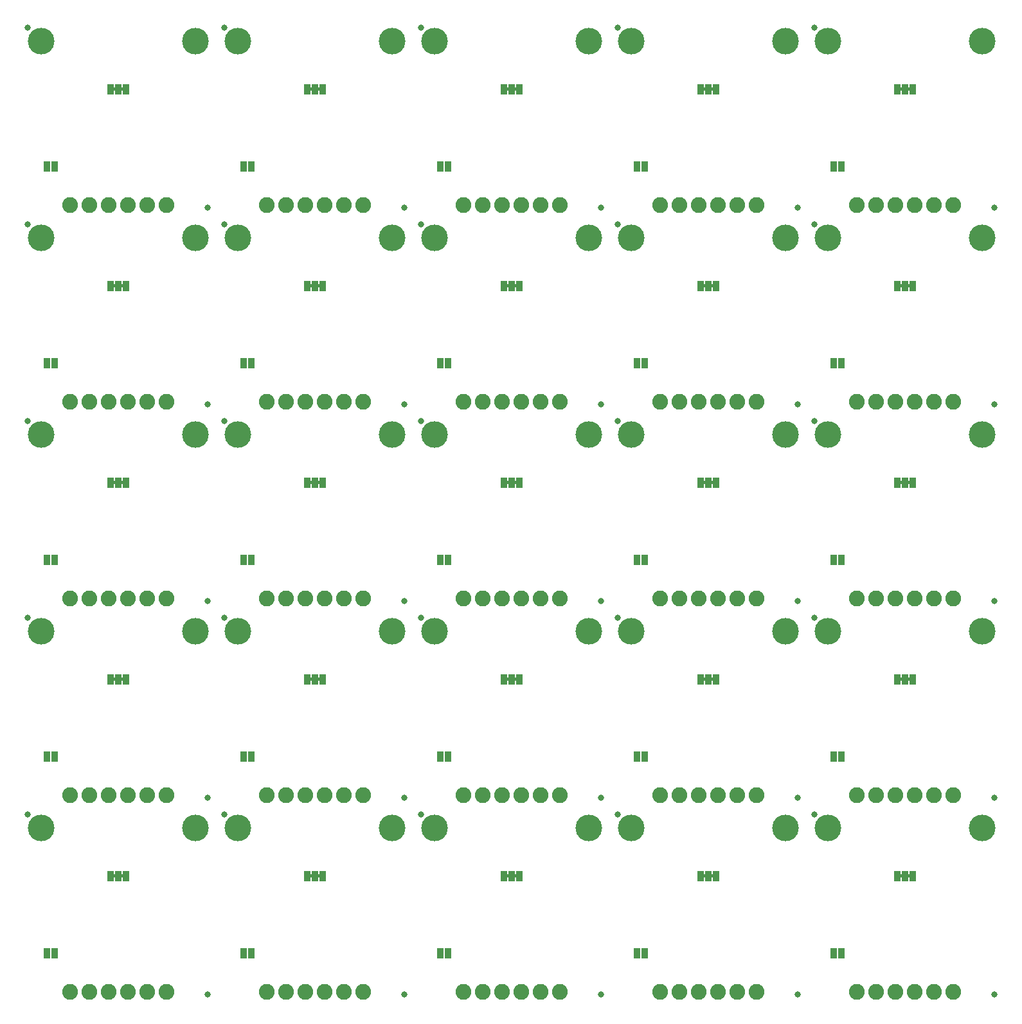
<source format=gbs>
G75*
%MOIN*%
%OFA0B0*%
%FSLAX25Y25*%
%IPPOS*%
%LPD*%
%AMOC8*
5,1,8,0,0,1.08239X$1,22.5*
%
%ADD10C,0.13800*%
%ADD11R,0.03300X0.05800*%
%ADD12C,0.00500*%
%ADD13C,0.08200*%
%ADD14C,0.03300*%
D10*
X0043342Y0118750D03*
X0123342Y0118750D03*
X0145342Y0118750D03*
X0225342Y0118750D03*
X0247342Y0118750D03*
X0327342Y0118750D03*
X0349342Y0118750D03*
X0429342Y0118750D03*
X0451342Y0118750D03*
X0531342Y0118750D03*
X0531342Y0220750D03*
X0451342Y0220750D03*
X0429342Y0220750D03*
X0349342Y0220750D03*
X0327342Y0220750D03*
X0247342Y0220750D03*
X0225342Y0220750D03*
X0145342Y0220750D03*
X0123342Y0220750D03*
X0043342Y0220750D03*
X0043342Y0322750D03*
X0123342Y0322750D03*
X0145342Y0322750D03*
X0225342Y0322750D03*
X0247342Y0322750D03*
X0327342Y0322750D03*
X0349342Y0322750D03*
X0429342Y0322750D03*
X0451342Y0322750D03*
X0531342Y0322750D03*
X0531342Y0424750D03*
X0451342Y0424750D03*
X0429342Y0424750D03*
X0349342Y0424750D03*
X0327342Y0424750D03*
X0247342Y0424750D03*
X0225342Y0424750D03*
X0145342Y0424750D03*
X0123342Y0424750D03*
X0043342Y0424750D03*
X0043342Y0526750D03*
X0123342Y0526750D03*
X0145342Y0526750D03*
X0225342Y0526750D03*
X0247342Y0526750D03*
X0327342Y0526750D03*
X0349342Y0526750D03*
X0429342Y0526750D03*
X0451342Y0526750D03*
X0531342Y0526750D03*
D11*
X0046342Y0053750D03*
X0050342Y0053750D03*
X0079342Y0093750D03*
X0083342Y0093750D03*
X0087342Y0093750D03*
X0050342Y0155750D03*
X0046342Y0155750D03*
X0079342Y0195750D03*
X0083342Y0195750D03*
X0087342Y0195750D03*
X0050342Y0257750D03*
X0046342Y0257750D03*
X0079342Y0297750D03*
X0083342Y0297750D03*
X0087342Y0297750D03*
X0050342Y0359750D03*
X0046342Y0359750D03*
X0079342Y0399750D03*
X0083342Y0399750D03*
X0087342Y0399750D03*
X0050342Y0461750D03*
X0046342Y0461750D03*
X0079342Y0501750D03*
X0083342Y0501750D03*
X0087342Y0501750D03*
X0148342Y0461750D03*
X0152342Y0461750D03*
X0181342Y0501750D03*
X0185342Y0501750D03*
X0189342Y0501750D03*
X0250342Y0461750D03*
X0254342Y0461750D03*
X0283342Y0501750D03*
X0287342Y0501750D03*
X0291342Y0501750D03*
X0352342Y0461750D03*
X0356342Y0461750D03*
X0385342Y0501750D03*
X0389342Y0501750D03*
X0393342Y0501750D03*
X0454342Y0461750D03*
X0458342Y0461750D03*
X0487342Y0501750D03*
X0491342Y0501750D03*
X0495342Y0501750D03*
X0495342Y0399750D03*
X0491342Y0399750D03*
X0487342Y0399750D03*
X0458342Y0359750D03*
X0454342Y0359750D03*
X0393342Y0399750D03*
X0389342Y0399750D03*
X0385342Y0399750D03*
X0356342Y0359750D03*
X0352342Y0359750D03*
X0291342Y0399750D03*
X0287342Y0399750D03*
X0283342Y0399750D03*
X0254342Y0359750D03*
X0250342Y0359750D03*
X0189342Y0399750D03*
X0185342Y0399750D03*
X0181342Y0399750D03*
X0152342Y0359750D03*
X0148342Y0359750D03*
X0181342Y0297750D03*
X0185342Y0297750D03*
X0189342Y0297750D03*
X0152342Y0257750D03*
X0148342Y0257750D03*
X0181342Y0195750D03*
X0185342Y0195750D03*
X0189342Y0195750D03*
X0152342Y0155750D03*
X0148342Y0155750D03*
X0181342Y0093750D03*
X0185342Y0093750D03*
X0189342Y0093750D03*
X0152342Y0053750D03*
X0148342Y0053750D03*
X0250342Y0053750D03*
X0254342Y0053750D03*
X0283342Y0093750D03*
X0287342Y0093750D03*
X0291342Y0093750D03*
X0352342Y0053750D03*
X0356342Y0053750D03*
X0385342Y0093750D03*
X0389342Y0093750D03*
X0393342Y0093750D03*
X0454342Y0053750D03*
X0458342Y0053750D03*
X0487342Y0093750D03*
X0491342Y0093750D03*
X0495342Y0093750D03*
X0458342Y0155750D03*
X0454342Y0155750D03*
X0487342Y0195750D03*
X0491342Y0195750D03*
X0495342Y0195750D03*
X0458342Y0257750D03*
X0454342Y0257750D03*
X0487342Y0297750D03*
X0491342Y0297750D03*
X0495342Y0297750D03*
X0393342Y0297750D03*
X0389342Y0297750D03*
X0385342Y0297750D03*
X0356342Y0257750D03*
X0352342Y0257750D03*
X0291342Y0297750D03*
X0287342Y0297750D03*
X0283342Y0297750D03*
X0254342Y0257750D03*
X0250342Y0257750D03*
X0283342Y0195750D03*
X0287342Y0195750D03*
X0291342Y0195750D03*
X0254342Y0155750D03*
X0250342Y0155750D03*
X0352342Y0155750D03*
X0356342Y0155750D03*
X0385342Y0195750D03*
X0389342Y0195750D03*
X0393342Y0195750D03*
D12*
X0392092Y0195751D02*
X0390592Y0195751D01*
X0390592Y0195253D02*
X0392092Y0195253D01*
X0392092Y0195250D02*
X0392092Y0196250D01*
X0390592Y0196250D01*
X0390592Y0195250D01*
X0392092Y0195250D01*
X0392092Y0196250D02*
X0390592Y0196250D01*
X0388092Y0196250D02*
X0386592Y0196250D01*
X0386592Y0195250D01*
X0388092Y0195250D01*
X0388092Y0196250D01*
X0386592Y0196250D01*
X0386592Y0195751D02*
X0388092Y0195751D01*
X0388092Y0195253D02*
X0386592Y0195253D01*
X0290092Y0195253D02*
X0288592Y0195253D01*
X0288592Y0195250D02*
X0290092Y0195250D01*
X0290092Y0196250D01*
X0288592Y0196250D01*
X0288592Y0195250D01*
X0288592Y0195751D02*
X0290092Y0195751D01*
X0290092Y0196250D02*
X0288592Y0196250D01*
X0286092Y0196250D02*
X0284592Y0196250D01*
X0284592Y0195250D01*
X0286092Y0195250D01*
X0286092Y0196250D01*
X0284592Y0196250D01*
X0284592Y0195751D02*
X0286092Y0195751D01*
X0286092Y0195253D02*
X0284592Y0195253D01*
X0188092Y0195253D02*
X0186592Y0195253D01*
X0186592Y0195250D02*
X0188092Y0195250D01*
X0188092Y0196250D01*
X0186592Y0196250D01*
X0186592Y0195250D01*
X0186592Y0195751D02*
X0188092Y0195751D01*
X0188092Y0196250D02*
X0186592Y0196250D01*
X0184092Y0196250D02*
X0182592Y0196250D01*
X0182592Y0195250D01*
X0184092Y0195250D01*
X0184092Y0196250D01*
X0182592Y0196250D01*
X0182592Y0195751D02*
X0184092Y0195751D01*
X0184092Y0195253D02*
X0182592Y0195253D01*
X0086092Y0195253D02*
X0084592Y0195253D01*
X0084592Y0195250D02*
X0086092Y0195250D01*
X0086092Y0196250D01*
X0084592Y0196250D01*
X0084592Y0195250D01*
X0084592Y0195751D02*
X0086092Y0195751D01*
X0086092Y0196250D02*
X0084592Y0196250D01*
X0082092Y0196250D02*
X0080592Y0196250D01*
X0080592Y0195250D01*
X0082092Y0195250D01*
X0082092Y0196250D01*
X0080592Y0196250D01*
X0080592Y0195751D02*
X0082092Y0195751D01*
X0082092Y0195253D02*
X0080592Y0195253D01*
X0080592Y0094250D02*
X0080592Y0093250D01*
X0082092Y0093250D01*
X0082092Y0094250D01*
X0080592Y0094250D01*
X0080592Y0094055D02*
X0082092Y0094055D01*
X0082092Y0093556D02*
X0080592Y0093556D01*
X0084592Y0093556D02*
X0086092Y0093556D01*
X0086092Y0093250D02*
X0086092Y0094250D01*
X0084592Y0094250D01*
X0084592Y0093250D01*
X0086092Y0093250D01*
X0086092Y0094055D02*
X0084592Y0094055D01*
X0182592Y0094055D02*
X0184092Y0094055D01*
X0184092Y0094250D02*
X0184092Y0093250D01*
X0182592Y0093250D01*
X0182592Y0094250D01*
X0184092Y0094250D01*
X0184092Y0093556D02*
X0182592Y0093556D01*
X0186592Y0093556D02*
X0188092Y0093556D01*
X0188092Y0093250D02*
X0188092Y0094250D01*
X0186592Y0094250D01*
X0186592Y0093250D01*
X0188092Y0093250D01*
X0188092Y0094055D02*
X0186592Y0094055D01*
X0284592Y0094055D02*
X0286092Y0094055D01*
X0286092Y0094250D02*
X0286092Y0093250D01*
X0284592Y0093250D01*
X0284592Y0094250D01*
X0286092Y0094250D01*
X0286092Y0093556D02*
X0284592Y0093556D01*
X0288592Y0093556D02*
X0290092Y0093556D01*
X0290092Y0093250D02*
X0290092Y0094250D01*
X0288592Y0094250D01*
X0288592Y0093250D01*
X0290092Y0093250D01*
X0290092Y0094055D02*
X0288592Y0094055D01*
X0386592Y0094055D02*
X0388092Y0094055D01*
X0388092Y0094250D02*
X0388092Y0093250D01*
X0386592Y0093250D01*
X0386592Y0094250D01*
X0388092Y0094250D01*
X0388092Y0093556D02*
X0386592Y0093556D01*
X0390592Y0093556D02*
X0392092Y0093556D01*
X0392092Y0093250D02*
X0392092Y0094250D01*
X0390592Y0094250D01*
X0390592Y0093250D01*
X0392092Y0093250D01*
X0392092Y0094055D02*
X0390592Y0094055D01*
X0488592Y0094055D02*
X0490092Y0094055D01*
X0490092Y0094250D02*
X0490092Y0093250D01*
X0488592Y0093250D01*
X0488592Y0094250D01*
X0490092Y0094250D01*
X0490092Y0093556D02*
X0488592Y0093556D01*
X0492592Y0093556D02*
X0494092Y0093556D01*
X0494092Y0093250D02*
X0494092Y0094250D01*
X0492592Y0094250D01*
X0492592Y0093250D01*
X0494092Y0093250D01*
X0494092Y0094055D02*
X0492592Y0094055D01*
X0492592Y0195250D02*
X0494092Y0195250D01*
X0494092Y0196250D01*
X0492592Y0196250D01*
X0492592Y0195250D01*
X0492592Y0195253D02*
X0494092Y0195253D01*
X0494092Y0195751D02*
X0492592Y0195751D01*
X0492592Y0196250D02*
X0494092Y0196250D01*
X0490092Y0196250D02*
X0488592Y0196250D01*
X0488592Y0195250D01*
X0490092Y0195250D01*
X0490092Y0196250D01*
X0488592Y0196250D01*
X0488592Y0195751D02*
X0490092Y0195751D01*
X0490092Y0195253D02*
X0488592Y0195253D01*
X0488592Y0297250D02*
X0490092Y0297250D01*
X0490092Y0298250D01*
X0488592Y0298250D01*
X0488592Y0297250D01*
X0488592Y0297448D02*
X0490092Y0297448D01*
X0490092Y0297946D02*
X0488592Y0297946D01*
X0492592Y0297946D02*
X0494092Y0297946D01*
X0494092Y0298250D02*
X0494092Y0297250D01*
X0492592Y0297250D01*
X0492592Y0298250D01*
X0494092Y0298250D01*
X0494092Y0297448D02*
X0492592Y0297448D01*
X0392092Y0297448D02*
X0390592Y0297448D01*
X0390592Y0297250D02*
X0392092Y0297250D01*
X0392092Y0298250D01*
X0390592Y0298250D01*
X0390592Y0297250D01*
X0390592Y0297946D02*
X0392092Y0297946D01*
X0388092Y0297946D02*
X0386592Y0297946D01*
X0386592Y0298250D02*
X0386592Y0297250D01*
X0388092Y0297250D01*
X0388092Y0298250D01*
X0386592Y0298250D01*
X0386592Y0297448D02*
X0388092Y0297448D01*
X0290092Y0297448D02*
X0288592Y0297448D01*
X0288592Y0297250D02*
X0290092Y0297250D01*
X0290092Y0298250D01*
X0288592Y0298250D01*
X0288592Y0297250D01*
X0288592Y0297946D02*
X0290092Y0297946D01*
X0286092Y0297946D02*
X0284592Y0297946D01*
X0284592Y0298250D02*
X0284592Y0297250D01*
X0286092Y0297250D01*
X0286092Y0298250D01*
X0284592Y0298250D01*
X0284592Y0297448D02*
X0286092Y0297448D01*
X0188092Y0297448D02*
X0186592Y0297448D01*
X0186592Y0297250D02*
X0188092Y0297250D01*
X0188092Y0298250D01*
X0186592Y0298250D01*
X0186592Y0297250D01*
X0186592Y0297946D02*
X0188092Y0297946D01*
X0184092Y0297946D02*
X0182592Y0297946D01*
X0182592Y0298250D02*
X0182592Y0297250D01*
X0184092Y0297250D01*
X0184092Y0298250D01*
X0182592Y0298250D01*
X0182592Y0297448D02*
X0184092Y0297448D01*
X0086092Y0297448D02*
X0084592Y0297448D01*
X0084592Y0297250D02*
X0086092Y0297250D01*
X0086092Y0298250D01*
X0084592Y0298250D01*
X0084592Y0297250D01*
X0084592Y0297946D02*
X0086092Y0297946D01*
X0082092Y0297946D02*
X0080592Y0297946D01*
X0080592Y0298250D02*
X0080592Y0297250D01*
X0082092Y0297250D01*
X0082092Y0298250D01*
X0080592Y0298250D01*
X0080592Y0297448D02*
X0082092Y0297448D01*
X0082092Y0399250D02*
X0082092Y0400250D01*
X0080592Y0400250D01*
X0080592Y0399250D01*
X0082092Y0399250D01*
X0082092Y0399642D02*
X0080592Y0399642D01*
X0080592Y0400141D02*
X0082092Y0400141D01*
X0084592Y0400141D02*
X0086092Y0400141D01*
X0086092Y0400250D02*
X0086092Y0399250D01*
X0084592Y0399250D01*
X0084592Y0400250D01*
X0086092Y0400250D01*
X0086092Y0399642D02*
X0084592Y0399642D01*
X0182592Y0399642D02*
X0184092Y0399642D01*
X0184092Y0399250D02*
X0184092Y0400250D01*
X0182592Y0400250D01*
X0182592Y0399250D01*
X0184092Y0399250D01*
X0184092Y0400141D02*
X0182592Y0400141D01*
X0186592Y0400141D02*
X0188092Y0400141D01*
X0188092Y0400250D02*
X0188092Y0399250D01*
X0186592Y0399250D01*
X0186592Y0400250D01*
X0188092Y0400250D01*
X0188092Y0399642D02*
X0186592Y0399642D01*
X0284592Y0399642D02*
X0286092Y0399642D01*
X0286092Y0399250D02*
X0286092Y0400250D01*
X0284592Y0400250D01*
X0284592Y0399250D01*
X0286092Y0399250D01*
X0286092Y0400141D02*
X0284592Y0400141D01*
X0288592Y0400141D02*
X0290092Y0400141D01*
X0290092Y0400250D02*
X0290092Y0399250D01*
X0288592Y0399250D01*
X0288592Y0400250D01*
X0290092Y0400250D01*
X0290092Y0399642D02*
X0288592Y0399642D01*
X0386592Y0399642D02*
X0388092Y0399642D01*
X0388092Y0399250D02*
X0388092Y0400250D01*
X0386592Y0400250D01*
X0386592Y0399250D01*
X0388092Y0399250D01*
X0388092Y0400141D02*
X0386592Y0400141D01*
X0390592Y0400141D02*
X0392092Y0400141D01*
X0392092Y0400250D02*
X0392092Y0399250D01*
X0390592Y0399250D01*
X0390592Y0400250D01*
X0392092Y0400250D01*
X0392092Y0399642D02*
X0390592Y0399642D01*
X0488592Y0399642D02*
X0490092Y0399642D01*
X0490092Y0399250D02*
X0490092Y0400250D01*
X0488592Y0400250D01*
X0488592Y0399250D01*
X0490092Y0399250D01*
X0490092Y0400141D02*
X0488592Y0400141D01*
X0492592Y0400141D02*
X0494092Y0400141D01*
X0494092Y0400250D02*
X0494092Y0399250D01*
X0492592Y0399250D01*
X0492592Y0400250D01*
X0494092Y0400250D01*
X0494092Y0399642D02*
X0492592Y0399642D01*
X0492592Y0501250D02*
X0494092Y0501250D01*
X0494092Y0502250D01*
X0492592Y0502250D01*
X0492592Y0501250D01*
X0492592Y0501339D02*
X0494092Y0501339D01*
X0494092Y0501837D02*
X0492592Y0501837D01*
X0490092Y0501837D02*
X0488592Y0501837D01*
X0488592Y0502250D02*
X0488592Y0501250D01*
X0490092Y0501250D01*
X0490092Y0502250D01*
X0488592Y0502250D01*
X0488592Y0501339D02*
X0490092Y0501339D01*
X0392092Y0501339D02*
X0390592Y0501339D01*
X0390592Y0501250D02*
X0392092Y0501250D01*
X0392092Y0502250D01*
X0390592Y0502250D01*
X0390592Y0501250D01*
X0390592Y0501837D02*
X0392092Y0501837D01*
X0388092Y0501837D02*
X0386592Y0501837D01*
X0386592Y0502250D02*
X0386592Y0501250D01*
X0388092Y0501250D01*
X0388092Y0502250D01*
X0386592Y0502250D01*
X0386592Y0501339D02*
X0388092Y0501339D01*
X0290092Y0501339D02*
X0288592Y0501339D01*
X0288592Y0501250D02*
X0290092Y0501250D01*
X0290092Y0502250D01*
X0288592Y0502250D01*
X0288592Y0501250D01*
X0288592Y0501837D02*
X0290092Y0501837D01*
X0286092Y0501837D02*
X0284592Y0501837D01*
X0284592Y0502250D02*
X0284592Y0501250D01*
X0286092Y0501250D01*
X0286092Y0502250D01*
X0284592Y0502250D01*
X0284592Y0501339D02*
X0286092Y0501339D01*
X0188092Y0501339D02*
X0186592Y0501339D01*
X0186592Y0501250D02*
X0188092Y0501250D01*
X0188092Y0502250D01*
X0186592Y0502250D01*
X0186592Y0501250D01*
X0186592Y0501837D02*
X0188092Y0501837D01*
X0184092Y0501837D02*
X0182592Y0501837D01*
X0182592Y0502250D02*
X0182592Y0501250D01*
X0184092Y0501250D01*
X0184092Y0502250D01*
X0182592Y0502250D01*
X0182592Y0501339D02*
X0184092Y0501339D01*
X0086092Y0501339D02*
X0084592Y0501339D01*
X0084592Y0501250D02*
X0086092Y0501250D01*
X0086092Y0502250D01*
X0084592Y0502250D01*
X0084592Y0501250D01*
X0084592Y0501837D02*
X0086092Y0501837D01*
X0082092Y0501837D02*
X0080592Y0501837D01*
X0080592Y0502250D02*
X0080592Y0501250D01*
X0082092Y0501250D01*
X0082092Y0502250D01*
X0080592Y0502250D01*
X0080592Y0501339D02*
X0082092Y0501339D01*
D13*
X0078342Y0441750D03*
X0088342Y0441750D03*
X0098342Y0441750D03*
X0108342Y0441750D03*
X0068342Y0441750D03*
X0058342Y0441750D03*
X0160342Y0441750D03*
X0170342Y0441750D03*
X0180342Y0441750D03*
X0190342Y0441750D03*
X0200342Y0441750D03*
X0210342Y0441750D03*
X0262342Y0441750D03*
X0272342Y0441750D03*
X0282342Y0441750D03*
X0292342Y0441750D03*
X0302342Y0441750D03*
X0312342Y0441750D03*
X0364342Y0441750D03*
X0374342Y0441750D03*
X0384342Y0441750D03*
X0394342Y0441750D03*
X0404342Y0441750D03*
X0414342Y0441750D03*
X0466342Y0441750D03*
X0476342Y0441750D03*
X0486342Y0441750D03*
X0496342Y0441750D03*
X0506342Y0441750D03*
X0516342Y0441750D03*
X0516342Y0339750D03*
X0506342Y0339750D03*
X0496342Y0339750D03*
X0486342Y0339750D03*
X0476342Y0339750D03*
X0466342Y0339750D03*
X0414342Y0339750D03*
X0404342Y0339750D03*
X0394342Y0339750D03*
X0384342Y0339750D03*
X0374342Y0339750D03*
X0364342Y0339750D03*
X0312342Y0339750D03*
X0302342Y0339750D03*
X0292342Y0339750D03*
X0282342Y0339750D03*
X0272342Y0339750D03*
X0262342Y0339750D03*
X0210342Y0339750D03*
X0200342Y0339750D03*
X0190342Y0339750D03*
X0180342Y0339750D03*
X0170342Y0339750D03*
X0160342Y0339750D03*
X0108342Y0339750D03*
X0098342Y0339750D03*
X0088342Y0339750D03*
X0078342Y0339750D03*
X0068342Y0339750D03*
X0058342Y0339750D03*
X0058342Y0237750D03*
X0068342Y0237750D03*
X0078342Y0237750D03*
X0088342Y0237750D03*
X0098342Y0237750D03*
X0108342Y0237750D03*
X0160342Y0237750D03*
X0170342Y0237750D03*
X0180342Y0237750D03*
X0190342Y0237750D03*
X0200342Y0237750D03*
X0210342Y0237750D03*
X0262342Y0237750D03*
X0272342Y0237750D03*
X0282342Y0237750D03*
X0292342Y0237750D03*
X0302342Y0237750D03*
X0312342Y0237750D03*
X0364342Y0237750D03*
X0374342Y0237750D03*
X0384342Y0237750D03*
X0394342Y0237750D03*
X0404342Y0237750D03*
X0414342Y0237750D03*
X0466342Y0237750D03*
X0476342Y0237750D03*
X0486342Y0237750D03*
X0496342Y0237750D03*
X0506342Y0237750D03*
X0516342Y0237750D03*
X0516342Y0135750D03*
X0506342Y0135750D03*
X0496342Y0135750D03*
X0486342Y0135750D03*
X0476342Y0135750D03*
X0466342Y0135750D03*
X0414342Y0135750D03*
X0404342Y0135750D03*
X0394342Y0135750D03*
X0384342Y0135750D03*
X0374342Y0135750D03*
X0364342Y0135750D03*
X0312342Y0135750D03*
X0302342Y0135750D03*
X0292342Y0135750D03*
X0282342Y0135750D03*
X0272342Y0135750D03*
X0262342Y0135750D03*
X0210342Y0135750D03*
X0200342Y0135750D03*
X0190342Y0135750D03*
X0180342Y0135750D03*
X0170342Y0135750D03*
X0160342Y0135750D03*
X0108342Y0135750D03*
X0098342Y0135750D03*
X0088342Y0135750D03*
X0078342Y0135750D03*
X0068342Y0135750D03*
X0058342Y0135750D03*
X0058342Y0033750D03*
X0068342Y0033750D03*
X0078342Y0033750D03*
X0088342Y0033750D03*
X0098342Y0033750D03*
X0108342Y0033750D03*
X0160342Y0033750D03*
X0170342Y0033750D03*
X0180342Y0033750D03*
X0190342Y0033750D03*
X0200342Y0033750D03*
X0210342Y0033750D03*
X0262342Y0033750D03*
X0272342Y0033750D03*
X0282342Y0033750D03*
X0292342Y0033750D03*
X0302342Y0033750D03*
X0312342Y0033750D03*
X0364342Y0033750D03*
X0374342Y0033750D03*
X0384342Y0033750D03*
X0394342Y0033750D03*
X0404342Y0033750D03*
X0414342Y0033750D03*
X0466342Y0033750D03*
X0476342Y0033750D03*
X0486342Y0033750D03*
X0496342Y0033750D03*
X0506342Y0033750D03*
X0516342Y0033750D03*
D14*
X0537842Y0032250D03*
X0444342Y0125750D03*
X0435842Y0134250D03*
X0342342Y0125750D03*
X0333842Y0134250D03*
X0240342Y0125750D03*
X0231842Y0134250D03*
X0138342Y0125750D03*
X0129842Y0134250D03*
X0138342Y0227750D03*
X0129842Y0236250D03*
X0138342Y0329750D03*
X0129842Y0338250D03*
X0036342Y0329750D03*
X0036342Y0227750D03*
X0036342Y0125750D03*
X0129842Y0032250D03*
X0231842Y0032250D03*
X0333842Y0032250D03*
X0435842Y0032250D03*
X0537842Y0134250D03*
X0444342Y0227750D03*
X0435842Y0236250D03*
X0342342Y0227750D03*
X0333842Y0236250D03*
X0240342Y0227750D03*
X0231842Y0236250D03*
X0240342Y0329750D03*
X0231842Y0338250D03*
X0240342Y0431750D03*
X0231842Y0440250D03*
X0138342Y0431750D03*
X0129842Y0440250D03*
X0036342Y0431750D03*
X0036342Y0533750D03*
X0138342Y0533750D03*
X0240342Y0533750D03*
X0342342Y0533750D03*
X0444342Y0533750D03*
X0435842Y0440250D03*
X0444342Y0431750D03*
X0537842Y0440250D03*
X0537842Y0338250D03*
X0444342Y0329750D03*
X0435842Y0338250D03*
X0342342Y0329750D03*
X0333842Y0338250D03*
X0342342Y0431750D03*
X0333842Y0440250D03*
X0537842Y0236250D03*
M02*

</source>
